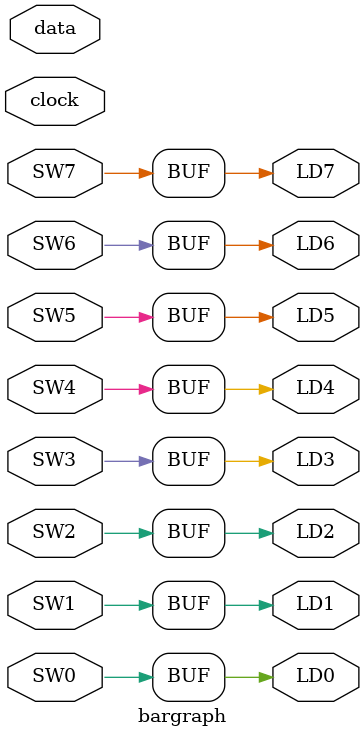
<source format=v>

module bargraph(input clock, SW0, SW1, SW2, SW3, SW4, SW5, SW6, SW7, input [7:0] data, output LD7, LD6, LD5, LD4,
                    LD3, LD2, LD1, LD0);

	reg [7:0] leddata;		// LED data
	
assign LD7=SW7;
assign LD6=SW6;
assign LD5=SW5;
assign LD4=SW4;
assign LD3=SW3;
assign LD2=SW2;
assign LD1=SW1;
assign LD0=SW0;


always@(posedge clock)
	 begin
		leddata=8'b00000000;
		if (data[0]==1)
			leddata=8'b00000001;
		if (data[1]==1)
			leddata=8'b00000011;
		if (data[2]==1)
			leddata=8'b00000111;
		if (data[3]==1)
			leddata=8'b00001111;
		if (data[4]==1)
			leddata=8'b00011111;
		if (data[5]==1)
			leddata=8'b00111111;
		if (data[6]==1)
			leddata=8'b01111111;
		if (data[7]==1)
			leddata=8'b11111111;
	end
		
endmodule

</source>
